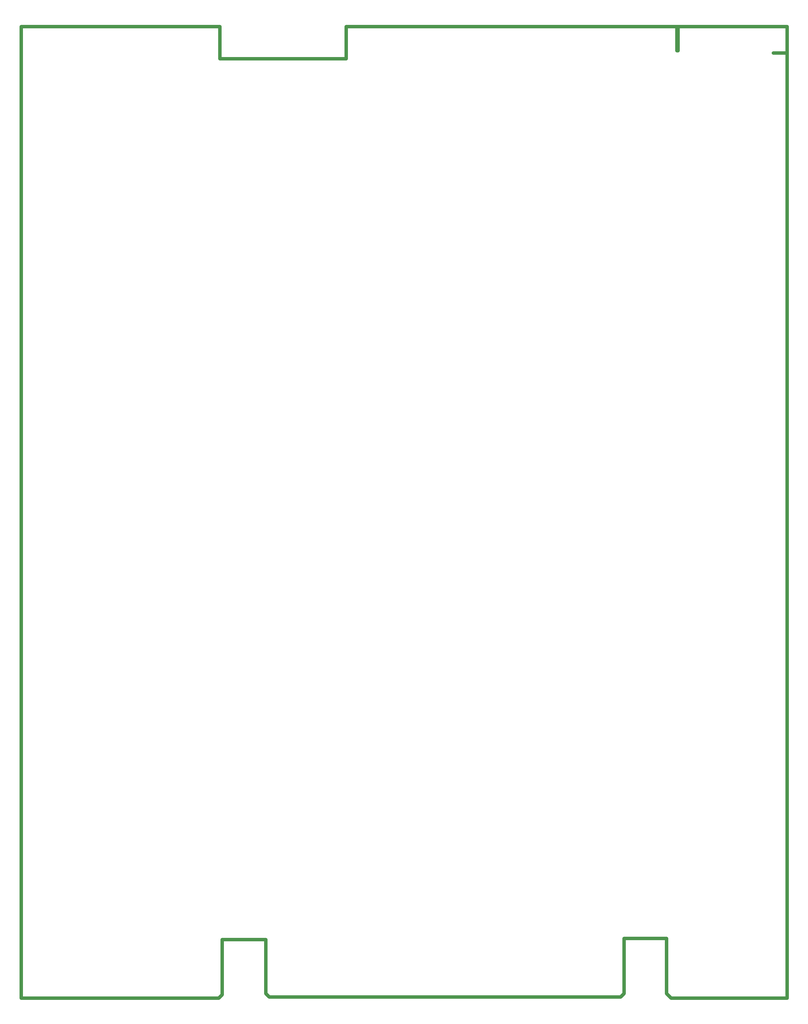
<source format=gbr>
%TF.GenerationSoftware,KiCad,Pcbnew,6.0.11-2627ca5db0~126~ubuntu22.04.1*%
%TF.CreationDate,2023-03-22T21:18:41-04:00*%
%TF.ProjectId,coleco_original_main_only,636f6c65-636f-45f6-9f72-6967696e616c,DEV*%
%TF.SameCoordinates,Original*%
%TF.FileFunction,Other,User*%
%FSLAX46Y46*%
G04 Gerber Fmt 4.6, Leading zero omitted, Abs format (unit mm)*
G04 Created by KiCad (PCBNEW 6.0.11-2627ca5db0~126~ubuntu22.04.1) date 2023-03-22 21:18:41*
%MOMM*%
%LPD*%
G01*
G04 APERTURE LIST*
%ADD10C,0.800000*%
G04 APERTURE END LIST*
D10*
X77216000Y-231533000D02*
X76454000Y-230771000D01*
X66802000Y-231025000D02*
X66802000Y-218833000D01*
X154940000Y-231533000D02*
X155702000Y-230771000D01*
X167640000Y-16903000D02*
X167640000Y-22237000D01*
X66040000Y-231787000D02*
X66802000Y-231025000D01*
X66294000Y-24015000D02*
X66294000Y-16903000D01*
X167386000Y-16903000D02*
X94234000Y-16903000D01*
X22352000Y-16903000D02*
X22352000Y-231533000D01*
X191770000Y-231787000D02*
X191770000Y-22745000D01*
X94234000Y-16903000D02*
X94234000Y-24015000D01*
X165100000Y-230517000D02*
X165100000Y-230771000D01*
X94234000Y-24015000D02*
X66294000Y-24015000D01*
X66294000Y-16903000D02*
X22352000Y-16903000D01*
X191770000Y-16903000D02*
X167894000Y-16903000D01*
X76454000Y-218833000D02*
X76454000Y-230771000D01*
X167640000Y-22237000D02*
X167386000Y-22237000D01*
X167386000Y-22237000D02*
X167386000Y-17157000D01*
X77216000Y-231533000D02*
X154940000Y-231533000D01*
X191770000Y-22745000D02*
X188722000Y-22745000D01*
X66802000Y-218833000D02*
X76454000Y-218833000D01*
X191770000Y-22745000D02*
X191770000Y-16903000D01*
X155702000Y-218579000D02*
X165100000Y-218579000D01*
X165100000Y-218579000D02*
X165100000Y-230517000D01*
X22352000Y-231787000D02*
X66040000Y-231787000D01*
X165100000Y-230771000D02*
X166116000Y-231787000D01*
X166116000Y-231787000D02*
X191770000Y-231787000D01*
X167894000Y-16903000D02*
X167640000Y-16903000D01*
X76454000Y-230517000D02*
X76454000Y-230771000D01*
X155702000Y-230771000D02*
X155702000Y-218579000D01*
M02*

</source>
